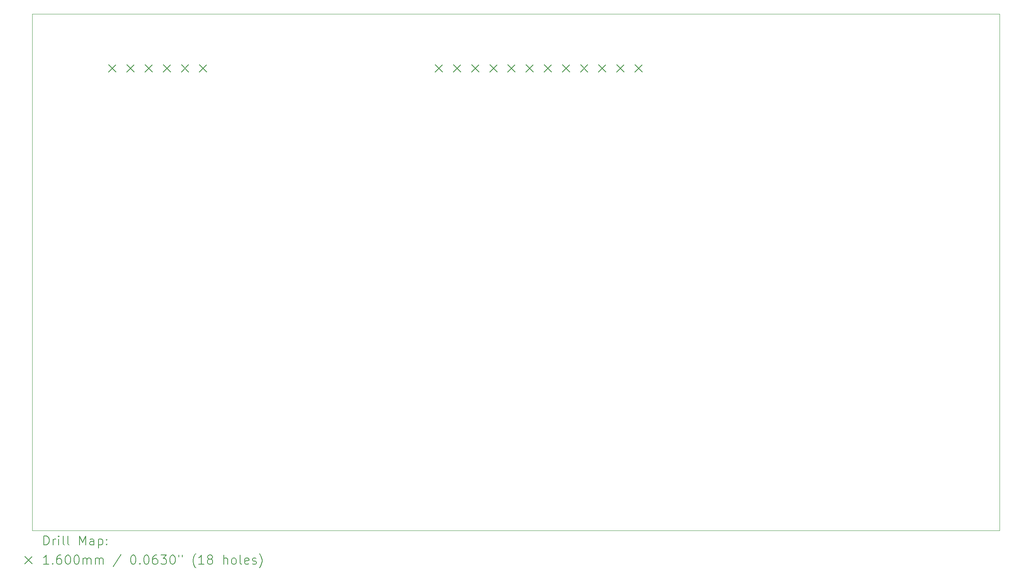
<source format=gbr>
%FSLAX45Y45*%
G04 Gerber Fmt 4.5, Leading zero omitted, Abs format (unit mm)*
G04 Created by KiCad (PCBNEW (6.0.6)) date 2022-08-19 10:50:52*
%MOMM*%
%LPD*%
G01*
G04 APERTURE LIST*
%TA.AperFunction,Profile*%
%ADD10C,0.050000*%
%TD*%
%ADD11C,0.200000*%
%ADD12C,0.160000*%
G04 APERTURE END LIST*
D10*
X2250000Y-2600000D02*
X23366000Y-2600000D01*
X23366000Y-2600000D02*
X23366000Y-13900000D01*
X23366000Y-13900000D02*
X2250000Y-13900000D01*
X2250000Y-13900000D02*
X2250000Y-2600000D01*
D11*
D12*
X3922000Y-3709000D02*
X4082000Y-3869000D01*
X4082000Y-3709000D02*
X3922000Y-3869000D01*
X4318000Y-3709000D02*
X4478000Y-3869000D01*
X4478000Y-3709000D02*
X4318000Y-3869000D01*
X4714000Y-3709000D02*
X4874000Y-3869000D01*
X4874000Y-3709000D02*
X4714000Y-3869000D01*
X5110000Y-3709000D02*
X5270000Y-3869000D01*
X5270000Y-3709000D02*
X5110000Y-3869000D01*
X5506000Y-3709000D02*
X5666000Y-3869000D01*
X5666000Y-3709000D02*
X5506000Y-3869000D01*
X5902000Y-3709000D02*
X6062000Y-3869000D01*
X6062000Y-3709000D02*
X5902000Y-3869000D01*
X11050000Y-3709000D02*
X11210000Y-3869000D01*
X11210000Y-3709000D02*
X11050000Y-3869000D01*
X11446000Y-3709000D02*
X11606000Y-3869000D01*
X11606000Y-3709000D02*
X11446000Y-3869000D01*
X11842000Y-3709000D02*
X12002000Y-3869000D01*
X12002000Y-3709000D02*
X11842000Y-3869000D01*
X12238000Y-3709000D02*
X12398000Y-3869000D01*
X12398000Y-3709000D02*
X12238000Y-3869000D01*
X12634000Y-3709000D02*
X12794000Y-3869000D01*
X12794000Y-3709000D02*
X12634000Y-3869000D01*
X13030000Y-3709000D02*
X13190000Y-3869000D01*
X13190000Y-3709000D02*
X13030000Y-3869000D01*
X13426000Y-3709000D02*
X13586000Y-3869000D01*
X13586000Y-3709000D02*
X13426000Y-3869000D01*
X13822000Y-3709000D02*
X13982000Y-3869000D01*
X13982000Y-3709000D02*
X13822000Y-3869000D01*
X14218000Y-3709000D02*
X14378000Y-3869000D01*
X14378000Y-3709000D02*
X14218000Y-3869000D01*
X14614000Y-3709000D02*
X14774000Y-3869000D01*
X14774000Y-3709000D02*
X14614000Y-3869000D01*
X15010000Y-3709000D02*
X15170000Y-3869000D01*
X15170000Y-3709000D02*
X15010000Y-3869000D01*
X15406000Y-3709000D02*
X15566000Y-3869000D01*
X15566000Y-3709000D02*
X15406000Y-3869000D01*
D11*
X2505119Y-14212976D02*
X2505119Y-14012976D01*
X2552738Y-14012976D01*
X2581310Y-14022500D01*
X2600357Y-14041548D01*
X2609881Y-14060595D01*
X2619405Y-14098690D01*
X2619405Y-14127262D01*
X2609881Y-14165357D01*
X2600357Y-14184405D01*
X2581310Y-14203452D01*
X2552738Y-14212976D01*
X2505119Y-14212976D01*
X2705119Y-14212976D02*
X2705119Y-14079643D01*
X2705119Y-14117738D02*
X2714643Y-14098690D01*
X2724167Y-14089167D01*
X2743214Y-14079643D01*
X2762262Y-14079643D01*
X2828928Y-14212976D02*
X2828928Y-14079643D01*
X2828928Y-14012976D02*
X2819405Y-14022500D01*
X2828928Y-14032024D01*
X2838452Y-14022500D01*
X2828928Y-14012976D01*
X2828928Y-14032024D01*
X2952738Y-14212976D02*
X2933690Y-14203452D01*
X2924167Y-14184405D01*
X2924167Y-14012976D01*
X3057500Y-14212976D02*
X3038452Y-14203452D01*
X3028928Y-14184405D01*
X3028928Y-14012976D01*
X3286071Y-14212976D02*
X3286071Y-14012976D01*
X3352738Y-14155833D01*
X3419405Y-14012976D01*
X3419405Y-14212976D01*
X3600357Y-14212976D02*
X3600357Y-14108214D01*
X3590833Y-14089167D01*
X3571786Y-14079643D01*
X3533690Y-14079643D01*
X3514643Y-14089167D01*
X3600357Y-14203452D02*
X3581309Y-14212976D01*
X3533690Y-14212976D01*
X3514643Y-14203452D01*
X3505119Y-14184405D01*
X3505119Y-14165357D01*
X3514643Y-14146309D01*
X3533690Y-14136786D01*
X3581309Y-14136786D01*
X3600357Y-14127262D01*
X3695595Y-14079643D02*
X3695595Y-14279643D01*
X3695595Y-14089167D02*
X3714643Y-14079643D01*
X3752738Y-14079643D01*
X3771786Y-14089167D01*
X3781309Y-14098690D01*
X3790833Y-14117738D01*
X3790833Y-14174881D01*
X3781309Y-14193928D01*
X3771786Y-14203452D01*
X3752738Y-14212976D01*
X3714643Y-14212976D01*
X3695595Y-14203452D01*
X3876548Y-14193928D02*
X3886071Y-14203452D01*
X3876548Y-14212976D01*
X3867024Y-14203452D01*
X3876548Y-14193928D01*
X3876548Y-14212976D01*
X3876548Y-14089167D02*
X3886071Y-14098690D01*
X3876548Y-14108214D01*
X3867024Y-14098690D01*
X3876548Y-14089167D01*
X3876548Y-14108214D01*
D12*
X2087500Y-14462500D02*
X2247500Y-14622500D01*
X2247500Y-14462500D02*
X2087500Y-14622500D01*
D11*
X2609881Y-14632976D02*
X2495595Y-14632976D01*
X2552738Y-14632976D02*
X2552738Y-14432976D01*
X2533690Y-14461548D01*
X2514643Y-14480595D01*
X2495595Y-14490119D01*
X2695595Y-14613928D02*
X2705119Y-14623452D01*
X2695595Y-14632976D01*
X2686071Y-14623452D01*
X2695595Y-14613928D01*
X2695595Y-14632976D01*
X2876548Y-14432976D02*
X2838452Y-14432976D01*
X2819405Y-14442500D01*
X2809881Y-14452024D01*
X2790833Y-14480595D01*
X2781310Y-14518690D01*
X2781310Y-14594881D01*
X2790833Y-14613928D01*
X2800357Y-14623452D01*
X2819405Y-14632976D01*
X2857500Y-14632976D01*
X2876548Y-14623452D01*
X2886071Y-14613928D01*
X2895595Y-14594881D01*
X2895595Y-14547262D01*
X2886071Y-14528214D01*
X2876548Y-14518690D01*
X2857500Y-14509167D01*
X2819405Y-14509167D01*
X2800357Y-14518690D01*
X2790833Y-14528214D01*
X2781310Y-14547262D01*
X3019405Y-14432976D02*
X3038452Y-14432976D01*
X3057500Y-14442500D01*
X3067024Y-14452024D01*
X3076548Y-14471071D01*
X3086071Y-14509167D01*
X3086071Y-14556786D01*
X3076548Y-14594881D01*
X3067024Y-14613928D01*
X3057500Y-14623452D01*
X3038452Y-14632976D01*
X3019405Y-14632976D01*
X3000357Y-14623452D01*
X2990833Y-14613928D01*
X2981309Y-14594881D01*
X2971786Y-14556786D01*
X2971786Y-14509167D01*
X2981309Y-14471071D01*
X2990833Y-14452024D01*
X3000357Y-14442500D01*
X3019405Y-14432976D01*
X3209881Y-14432976D02*
X3228928Y-14432976D01*
X3247976Y-14442500D01*
X3257500Y-14452024D01*
X3267024Y-14471071D01*
X3276548Y-14509167D01*
X3276548Y-14556786D01*
X3267024Y-14594881D01*
X3257500Y-14613928D01*
X3247976Y-14623452D01*
X3228928Y-14632976D01*
X3209881Y-14632976D01*
X3190833Y-14623452D01*
X3181309Y-14613928D01*
X3171786Y-14594881D01*
X3162262Y-14556786D01*
X3162262Y-14509167D01*
X3171786Y-14471071D01*
X3181309Y-14452024D01*
X3190833Y-14442500D01*
X3209881Y-14432976D01*
X3362262Y-14632976D02*
X3362262Y-14499643D01*
X3362262Y-14518690D02*
X3371786Y-14509167D01*
X3390833Y-14499643D01*
X3419405Y-14499643D01*
X3438452Y-14509167D01*
X3447976Y-14528214D01*
X3447976Y-14632976D01*
X3447976Y-14528214D02*
X3457500Y-14509167D01*
X3476548Y-14499643D01*
X3505119Y-14499643D01*
X3524167Y-14509167D01*
X3533690Y-14528214D01*
X3533690Y-14632976D01*
X3628928Y-14632976D02*
X3628928Y-14499643D01*
X3628928Y-14518690D02*
X3638452Y-14509167D01*
X3657500Y-14499643D01*
X3686071Y-14499643D01*
X3705119Y-14509167D01*
X3714643Y-14528214D01*
X3714643Y-14632976D01*
X3714643Y-14528214D02*
X3724167Y-14509167D01*
X3743214Y-14499643D01*
X3771786Y-14499643D01*
X3790833Y-14509167D01*
X3800357Y-14528214D01*
X3800357Y-14632976D01*
X4190833Y-14423452D02*
X4019405Y-14680595D01*
X4447976Y-14432976D02*
X4467024Y-14432976D01*
X4486071Y-14442500D01*
X4495595Y-14452024D01*
X4505119Y-14471071D01*
X4514643Y-14509167D01*
X4514643Y-14556786D01*
X4505119Y-14594881D01*
X4495595Y-14613928D01*
X4486071Y-14623452D01*
X4467024Y-14632976D01*
X4447976Y-14632976D01*
X4428929Y-14623452D01*
X4419405Y-14613928D01*
X4409881Y-14594881D01*
X4400357Y-14556786D01*
X4400357Y-14509167D01*
X4409881Y-14471071D01*
X4419405Y-14452024D01*
X4428929Y-14442500D01*
X4447976Y-14432976D01*
X4600357Y-14613928D02*
X4609881Y-14623452D01*
X4600357Y-14632976D01*
X4590833Y-14623452D01*
X4600357Y-14613928D01*
X4600357Y-14632976D01*
X4733690Y-14432976D02*
X4752738Y-14432976D01*
X4771786Y-14442500D01*
X4781310Y-14452024D01*
X4790833Y-14471071D01*
X4800357Y-14509167D01*
X4800357Y-14556786D01*
X4790833Y-14594881D01*
X4781310Y-14613928D01*
X4771786Y-14623452D01*
X4752738Y-14632976D01*
X4733690Y-14632976D01*
X4714643Y-14623452D01*
X4705119Y-14613928D01*
X4695595Y-14594881D01*
X4686071Y-14556786D01*
X4686071Y-14509167D01*
X4695595Y-14471071D01*
X4705119Y-14452024D01*
X4714643Y-14442500D01*
X4733690Y-14432976D01*
X4971786Y-14432976D02*
X4933690Y-14432976D01*
X4914643Y-14442500D01*
X4905119Y-14452024D01*
X4886071Y-14480595D01*
X4876548Y-14518690D01*
X4876548Y-14594881D01*
X4886071Y-14613928D01*
X4895595Y-14623452D01*
X4914643Y-14632976D01*
X4952738Y-14632976D01*
X4971786Y-14623452D01*
X4981310Y-14613928D01*
X4990833Y-14594881D01*
X4990833Y-14547262D01*
X4981310Y-14528214D01*
X4971786Y-14518690D01*
X4952738Y-14509167D01*
X4914643Y-14509167D01*
X4895595Y-14518690D01*
X4886071Y-14528214D01*
X4876548Y-14547262D01*
X5057500Y-14432976D02*
X5181310Y-14432976D01*
X5114643Y-14509167D01*
X5143214Y-14509167D01*
X5162262Y-14518690D01*
X5171786Y-14528214D01*
X5181310Y-14547262D01*
X5181310Y-14594881D01*
X5171786Y-14613928D01*
X5162262Y-14623452D01*
X5143214Y-14632976D01*
X5086071Y-14632976D01*
X5067024Y-14623452D01*
X5057500Y-14613928D01*
X5305119Y-14432976D02*
X5324167Y-14432976D01*
X5343214Y-14442500D01*
X5352738Y-14452024D01*
X5362262Y-14471071D01*
X5371786Y-14509167D01*
X5371786Y-14556786D01*
X5362262Y-14594881D01*
X5352738Y-14613928D01*
X5343214Y-14623452D01*
X5324167Y-14632976D01*
X5305119Y-14632976D01*
X5286071Y-14623452D01*
X5276548Y-14613928D01*
X5267024Y-14594881D01*
X5257500Y-14556786D01*
X5257500Y-14509167D01*
X5267024Y-14471071D01*
X5276548Y-14452024D01*
X5286071Y-14442500D01*
X5305119Y-14432976D01*
X5447976Y-14432976D02*
X5447976Y-14471071D01*
X5524167Y-14432976D02*
X5524167Y-14471071D01*
X5819405Y-14709167D02*
X5809881Y-14699643D01*
X5790833Y-14671071D01*
X5781309Y-14652024D01*
X5771786Y-14623452D01*
X5762262Y-14575833D01*
X5762262Y-14537738D01*
X5771786Y-14490119D01*
X5781309Y-14461548D01*
X5790833Y-14442500D01*
X5809881Y-14413928D01*
X5819405Y-14404405D01*
X6000357Y-14632976D02*
X5886071Y-14632976D01*
X5943214Y-14632976D02*
X5943214Y-14432976D01*
X5924167Y-14461548D01*
X5905119Y-14480595D01*
X5886071Y-14490119D01*
X6114643Y-14518690D02*
X6095595Y-14509167D01*
X6086071Y-14499643D01*
X6076548Y-14480595D01*
X6076548Y-14471071D01*
X6086071Y-14452024D01*
X6095595Y-14442500D01*
X6114643Y-14432976D01*
X6152738Y-14432976D01*
X6171786Y-14442500D01*
X6181309Y-14452024D01*
X6190833Y-14471071D01*
X6190833Y-14480595D01*
X6181309Y-14499643D01*
X6171786Y-14509167D01*
X6152738Y-14518690D01*
X6114643Y-14518690D01*
X6095595Y-14528214D01*
X6086071Y-14537738D01*
X6076548Y-14556786D01*
X6076548Y-14594881D01*
X6086071Y-14613928D01*
X6095595Y-14623452D01*
X6114643Y-14632976D01*
X6152738Y-14632976D01*
X6171786Y-14623452D01*
X6181309Y-14613928D01*
X6190833Y-14594881D01*
X6190833Y-14556786D01*
X6181309Y-14537738D01*
X6171786Y-14528214D01*
X6152738Y-14518690D01*
X6428928Y-14632976D02*
X6428928Y-14432976D01*
X6514643Y-14632976D02*
X6514643Y-14528214D01*
X6505119Y-14509167D01*
X6486071Y-14499643D01*
X6457500Y-14499643D01*
X6438452Y-14509167D01*
X6428928Y-14518690D01*
X6638452Y-14632976D02*
X6619405Y-14623452D01*
X6609881Y-14613928D01*
X6600357Y-14594881D01*
X6600357Y-14537738D01*
X6609881Y-14518690D01*
X6619405Y-14509167D01*
X6638452Y-14499643D01*
X6667024Y-14499643D01*
X6686071Y-14509167D01*
X6695595Y-14518690D01*
X6705119Y-14537738D01*
X6705119Y-14594881D01*
X6695595Y-14613928D01*
X6686071Y-14623452D01*
X6667024Y-14632976D01*
X6638452Y-14632976D01*
X6819405Y-14632976D02*
X6800357Y-14623452D01*
X6790833Y-14604405D01*
X6790833Y-14432976D01*
X6971786Y-14623452D02*
X6952738Y-14632976D01*
X6914643Y-14632976D01*
X6895595Y-14623452D01*
X6886071Y-14604405D01*
X6886071Y-14528214D01*
X6895595Y-14509167D01*
X6914643Y-14499643D01*
X6952738Y-14499643D01*
X6971786Y-14509167D01*
X6981309Y-14528214D01*
X6981309Y-14547262D01*
X6886071Y-14566309D01*
X7057500Y-14623452D02*
X7076548Y-14632976D01*
X7114643Y-14632976D01*
X7133690Y-14623452D01*
X7143214Y-14604405D01*
X7143214Y-14594881D01*
X7133690Y-14575833D01*
X7114643Y-14566309D01*
X7086071Y-14566309D01*
X7067024Y-14556786D01*
X7057500Y-14537738D01*
X7057500Y-14528214D01*
X7067024Y-14509167D01*
X7086071Y-14499643D01*
X7114643Y-14499643D01*
X7133690Y-14509167D01*
X7209881Y-14709167D02*
X7219405Y-14699643D01*
X7238452Y-14671071D01*
X7247976Y-14652024D01*
X7257500Y-14623452D01*
X7267024Y-14575833D01*
X7267024Y-14537738D01*
X7257500Y-14490119D01*
X7247976Y-14461548D01*
X7238452Y-14442500D01*
X7219405Y-14413928D01*
X7209881Y-14404405D01*
M02*

</source>
